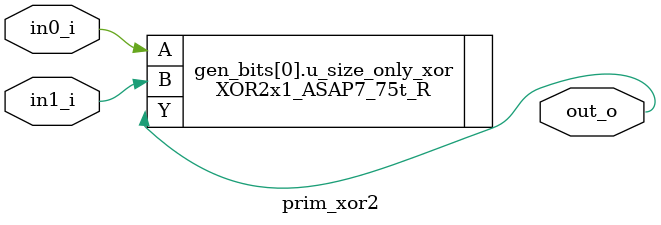
<source format=sv>

`include "prim_assert.sv"

module prim_xor2 #(
  parameter int Width = 1
) (
  input  logic [Width-1:0] in0_i,
  input  logic [Width-1:0] in1_i,
  output logic [Width-1:0] out_o
);

  for (genvar idx = 0; idx < Width; idx++) begin : gen_bits
    XOR2x1_ASAP7_75t_R u_size_only_xor (
      .A(in0_i[idx]),
      .B(in1_i[idx]),
      .Y(out_o[idx])
    );
  end

endmodule

</source>
